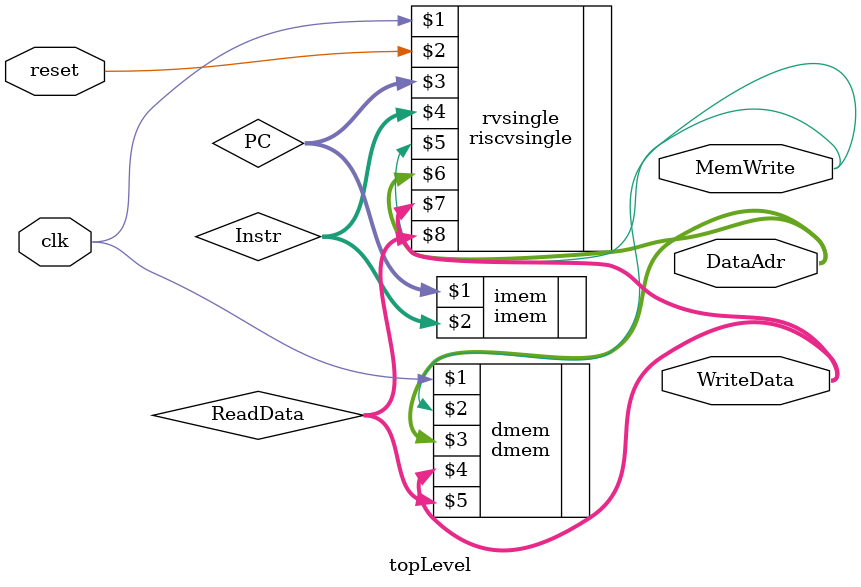
<source format=sv>
module topLevel (
	input 	logic 		 clk, reset,
	output 	logic [31:0] WriteData, DataAdr,
	output 	logic 		 MemWrite);
	
	logic [31:0] PC, Instr, ReadData;
	
	// instantiate processor and memories
	riscvsingle rvsingle(clk, reset, PC, Instr, MemWrite, DataAdr, WriteData, ReadData);
	
	// instruction memory & data memory
	imem imem(PC, Instr);
	dmem dmem(clk, MemWrite, DataAdr, WriteData, ReadData);
	
endmodule
</source>
